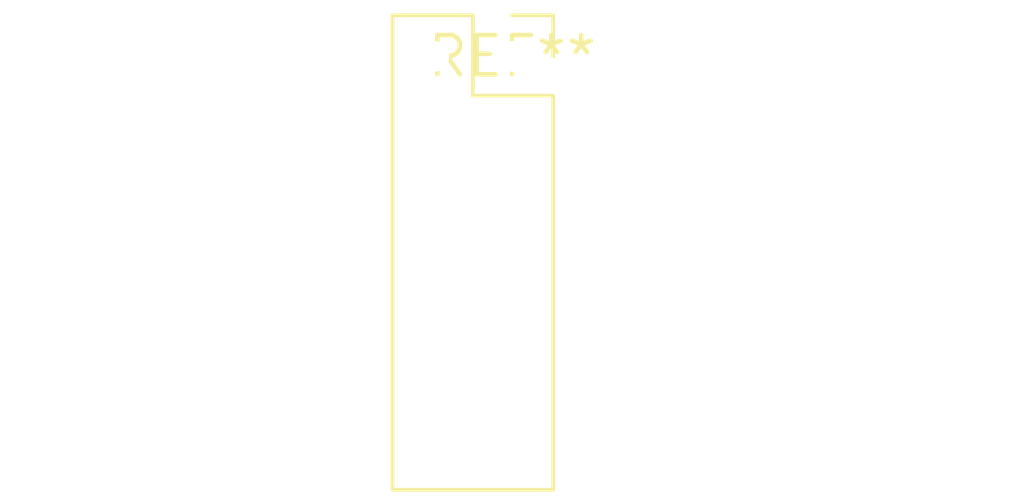
<source format=kicad_pcb>
(kicad_pcb (version 20240108) (generator pcbnew)
  (layers (0 "F.Cu" signal) (31 "B.Cu" signal) (34 "B.Paste" user) (35 "F.Paste" user) (36 "B.SilkS" user "B.Silkscreen") (37 "F.SilkS" user "F.Silkscreen") (38 "B.Mask" user) (39 "F.Mask" user) (44 "Edge.Cuts" user))
  (net 0 "")
  (footprint "PinSocket_2x06_P2.54mm_Vertical" (layer "F.Cu") (at 0 0)
    (property "Reference" "REF**")
    (property "Value" "PinSocket_2x06_P2.54mm_Vertical")
    (fp_line (start -3.87 -1.33) (end -3.87 14.03) (layer "F.SilkS") (stroke (width 0.12)))
    (fp_line (start -3.87 -1.33) (end -1.27 -1.33) (layer "F.SilkS") (stroke (width 0.12)))
    (fp_line (start -3.87 14.03) (end 1.33 14.03) (layer "F.SilkS") (stroke (width 0.12)))
    (fp_line (start -1.27 -1.33) (end -1.27 1.27) (layer "F.SilkS") (stroke (width 0.12)))
    (fp_line (start -1.27 1.27) (end 1.33 1.27) (layer "F.SilkS") (stroke (width 0.12)))
    (fp_line (start 0 -1.33) (end 1.33 -1.33) (layer "F.SilkS") (stroke (width 0.12)))
    (fp_line (start 1.33 -1.33) (end 1.33 0) (layer "F.SilkS") (stroke (width 0.12)))
    (fp_line (start 1.33 1.27) (end 1.33 14.03) (layer "F.SilkS") (stroke (width 0.12)))
    (pad "1" thru_hole rect (at 0 0) (size 1.7 1.7) (drill 1) (layers *.Cu *.Mask) (remove_unused_layers))
    (pad "2" thru_hole oval (at -2.54 0) (size 1.7 1.7) (drill 1) (layers *.Cu *.Mask) (remove_unused_layers))
    (pad "3" thru_hole oval (at 0 2.54) (size 1.7 1.7) (drill 1) (layers *.Cu *.Mask) (remove_unused_layers))
    (pad "4" thru_hole oval (at -2.54 2.54) (size 1.7 1.7) (drill 1) (layers *.Cu *.Mask) (remove_unused_layers))
    (pad "5" thru_hole oval (at 0 5.08) (size 1.7 1.7) (drill 1) (layers *.Cu *.Mask) (remove_unused_layers))
    (pad "6" thru_hole oval (at -2.54 5.08) (size 1.7 1.7) (drill 1) (layers *.Cu *.Mask) (remove_unused_layers))
    (pad "7" thru_hole oval (at 0 7.62) (size 1.7 1.7) (drill 1) (layers *.Cu *.Mask) (remove_unused_layers))
    (pad "8" thru_hole oval (at -2.54 7.62) (size 1.7 1.7) (drill 1) (layers *.Cu *.Mask) (remove_unused_layers))
    (pad "9" thru_hole oval (at 0 10.16) (size 1.7 1.7) (drill 1) (layers *.Cu *.Mask) (remove_unused_layers))
    (pad "10" thru_hole oval (at -2.54 10.16) (size 1.7 1.7) (drill 1) (layers *.Cu *.Mask) (remove_unused_layers))
    (pad "11" thru_hole oval (at 0 12.7) (size 1.7 1.7) (drill 1) (layers *.Cu *.Mask) (remove_unused_layers))
    (pad "12" thru_hole oval (at -2.54 12.7) (size 1.7 1.7) (drill 1) (layers *.Cu *.Mask) (remove_unused_layers))
  )
)
</source>
